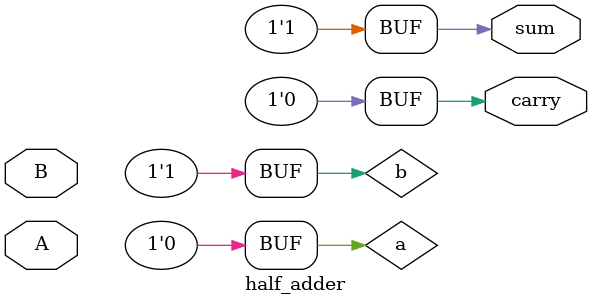
<source format=v>
`timescale 1ns / 1ps


module half_adder(input A,B, output sum,carry);
assign a=0,b=1;
assign sum=a^b;
assign carry=a&b;
endmodule

</source>
